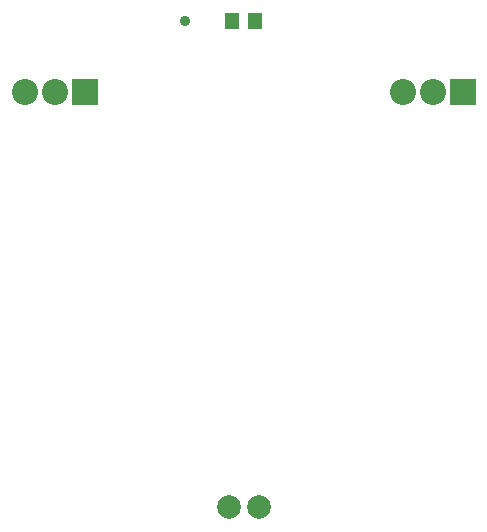
<source format=gbs>
G04 Layer_Color=16711935*
%FSLAX44Y44*%
%MOMM*%
G71*
G01*
G75*
%ADD20R,1.2032X1.4532*%
%ADD21C,2.0032*%
%ADD22R,2.2032X2.2032*%
%ADD23C,2.2032*%
%ADD24C,0.9032*%
D20*
X-10000Y555000D02*
D03*
X10000D02*
D03*
D21*
X12700Y143000D02*
D03*
X-12700D02*
D03*
D22*
X185400Y495000D02*
D03*
X-134600D02*
D03*
D23*
X160000D02*
D03*
X134600D02*
D03*
X-160000D02*
D03*
X-185400D02*
D03*
D24*
X-50000Y555000D02*
D03*
M02*

</source>
